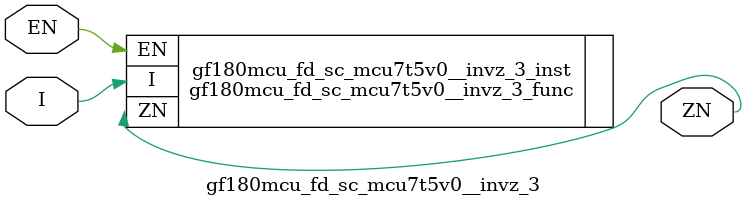
<source format=v>

module gf180mcu_fd_sc_mcu7t5v0__invz_3( EN, I, ZN );
input EN, I;
output ZN;

   `ifdef FUNCTIONAL  //  functional //

	gf180mcu_fd_sc_mcu7t5v0__invz_3_func gf180mcu_fd_sc_mcu7t5v0__invz_3_behav_inst(.EN(EN),.I(I),.ZN(ZN));

   `else

	gf180mcu_fd_sc_mcu7t5v0__invz_3_func gf180mcu_fd_sc_mcu7t5v0__invz_3_inst(.EN(EN),.I(I),.ZN(ZN));

	// spec_gates_begin


	// spec_gates_end



   specify

	// specify_block_begin

	// comb arc EN --> ZN
	 (EN => ZN) = (1.0,1.0);

	// comb arc I --> ZN
	 (I => ZN) = (1.0,1.0);

	// specify_block_end

   endspecify

   `endif

endmodule

</source>
